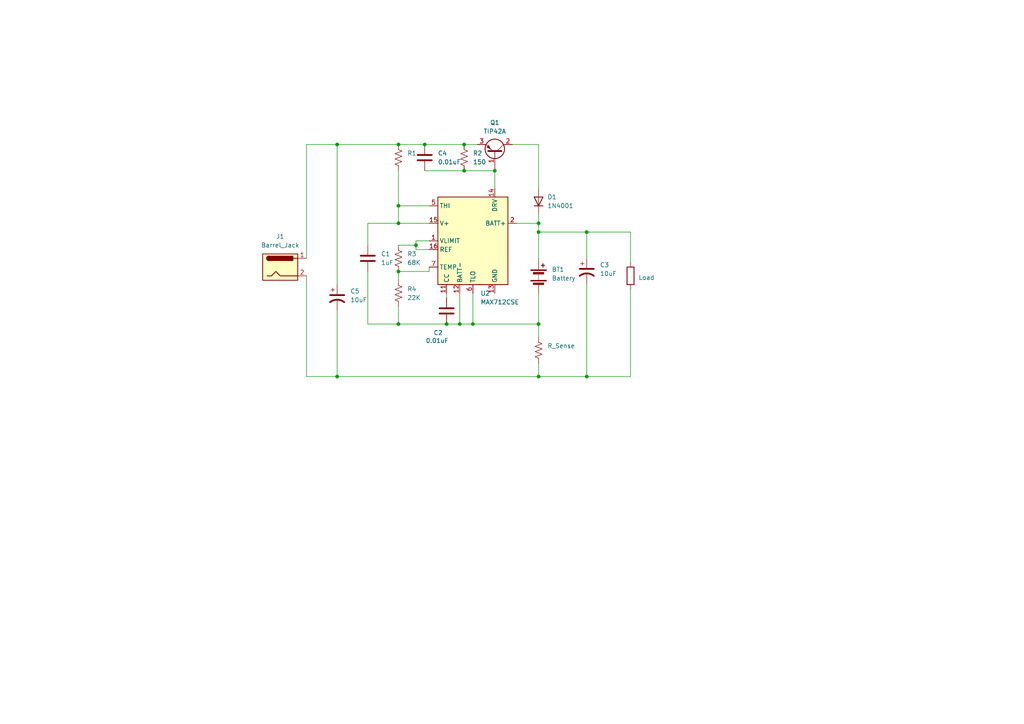
<source format=kicad_sch>
(kicad_sch (version 20231120) (generator "eeschema") (generator_version "8.0")
  (paper "A4")
  (lib_symbols
    (symbol "Connector:Barrel_Jack" (pin_names (offset 1.016))
      (property "Reference" "J" (at 0 5.334 0))
      (property "Value" "Barrel_Jack" (at 0 -5.08 0))
      (symbol "Barrel_Jack_0_1"
        (rectangle (start -5.08 3.81) (end 5.08 -3.81) (stroke (width 0.254)) (fill (type background)))
        (arc (start -3.302 3.175) (mid -3.9343 2.54) (end -3.302 1.905) (stroke (width 0.254)))
        (arc (start -3.302 3.175) (mid -3.9343 2.54) (end -3.302 1.905) (stroke (width 0.254)) (fill (type outline)))
        (polyline (pts (xy 5.08 2.54) (xy 3.81 2.54)) (stroke (width 0.254)))
        (polyline (pts (xy -3.81 -2.54) (xy -2.54 -2.54) (xy -1.27 -1.27) (xy 0 -2.54) (xy 2.54 -2.54) (xy 5.08 -2.54)) (stroke (width 0.254)))
        (rectangle (start 3.683 3.175) (end -3.302 1.905) (stroke (width 0.254)) (fill (type outline)))
      )
      (symbol "Barrel_Jack_1_1"
        (pin passive line (at 7.62 2.54 180) (length 2.54) (name "~") (number "1"))
        (pin passive line (at 7.62 -2.54 180) (length 2.54) (name "~") (number "2"))
      )
    )
    (symbol "Device:Battery" (pin_numbers hide) (pin_names (offset 0) hide)
      (property "Reference" "BT" (at 2.54 2.54 0))
      (property "Value" "Battery" (at 2.54 0 0))
      (symbol "Battery_0_1"
        (rectangle (start -2.286 -1.27) (end 2.286 -1.524) (fill (type outline)))
        (rectangle (start -2.286 1.778) (end 2.286 1.524) (fill (type outline)))
        (rectangle (start -1.524 -2.032) (end 1.524 -2.54) (fill (type outline)))
        (rectangle (start -1.524 1.016) (end 1.524 0.508) (fill (type outline)))
        (polyline (pts (xy 0 -1.016) (xy 0 -0.762)))
        (polyline (pts (xy 0 -0.508) (xy 0 -0.254)))
        (polyline (pts (xy 0 0) (xy 0 0.254)))
        (polyline (pts (xy 0 1.778) (xy 0 2.54)))
        (polyline (pts (xy 0.762 3.048) (xy 1.778 3.048)) (stroke (width 0.254)))
        (polyline (pts (xy 1.27 3.556) (xy 1.27 2.54)) (stroke (width 0.254)))
      )
      (symbol "Battery_1_1"
        (pin passive line (at 0 5.08 270) (length 2.54) (name "+") (number "1"))
        (pin passive line (at 0 -5.08 90) (length 2.54) (name "-") (number "2"))
      )
    )
    (symbol "Device:C" (pin_numbers hide) (pin_names (offset 0.254))
      (property "Reference" "C" (at 0.635 2.54 0))
      (property "Value" "C" (at 0.635 -2.54 0))
      (symbol "C_0_1"
        (polyline (pts (xy -2.032 -0.762) (xy 2.032 -0.762)) (stroke (width 0.508)))
        (polyline (pts (xy -2.032 0.762) (xy 2.032 0.762)) (stroke (width 0.508)))
      )
      (symbol "C_1_1"
        (pin passive line (at 0 3.81 270) (length 2.794) (name "~") (number "1"))
        (pin passive line (at 0 -3.81 90) (length 2.794) (name "~") (number "2"))
      )
    )
    (symbol "Device:C_Polarized_US" (pin_numbers hide) (pin_names (offset 0.254) hide)
      (property "Reference" "C" (at 0.635 2.54 0))
      (property "Value" "C_Polarized_US" (at 0.635 -2.54 0))
      (symbol "C_Polarized_US_0_1"
        (polyline (pts (xy -2.032 0.762) (xy 2.032 0.762)) (stroke (width 0.508)))
        (polyline (pts (xy -1.778 2.286) (xy -0.762 2.286)))
        (polyline (pts (xy -1.27 1.778) (xy -1.27 2.794)))
        (arc (start 2.032 -1.27) (mid 0 -0.5572) (end -2.032 -1.27) (stroke (width 0.508)))
      )
      (symbol "C_Polarized_US_1_1"
        (pin passive line (at 0 3.81 270) (length 2.794) (name "~") (number "1"))
        (pin passive line (at 0 -3.81 90) (length 3.302) (name "~") (number "2"))
      )
    )
    (symbol "Device:R" (pin_numbers hide) (pin_names (offset 0))
      (property "Reference" "R" (at 2.032 0 90))
      (property "Value" "R" (at 0 0 90))
      (symbol "R_0_1"
        (rectangle (start -1.016 -2.54) (end 1.016 2.54) (stroke (width 0.254)))
      )
      (symbol "R_1_1"
        (pin passive line (at 0 3.81 270) (length 1.27) (name "~") (number "1"))
        (pin passive line (at 0 -3.81 90) (length 1.27) (name "~") (number "2"))
      )
    )
    (symbol "Device:R_US" (pin_numbers hide) (pin_names (offset 0))
      (property "Reference" "R" (at 2.54 0 90))
      (property "Value" "R_US" (at -2.54 0 90))
      (symbol "R_US_0_1"
        (polyline (pts (xy 0 -2.286) (xy 0 -2.54)))
        (polyline (pts (xy 0 2.286) (xy 0 2.54)))
        (polyline (pts (xy 0 -0.762) (xy 1.016 -1.143) (xy 0 -1.524) (xy -1.016 -1.905) (xy 0 -2.286)))
        (polyline (pts (xy 0 0.762) (xy 1.016 0.381) (xy 0 0) (xy -1.016 -0.381) (xy 0 -0.762)))
        (polyline (pts (xy 0 2.286) (xy 1.016 1.905) (xy 0 1.524) (xy -1.016 1.143) (xy 0 0.762)))
      )
      (symbol "R_US_1_1"
        (pin passive line (at 0 3.81 270) (length 1.27) (name "~") (number "1"))
        (pin passive line (at 0 -3.81 90) (length 1.27) (name "~") (number "2"))
      )
    )
    (symbol "Diode:1N4001" (pin_numbers hide) (pin_names hide)
      (property "Reference" "D" (at 0 2.54 0))
      (property "Value" "1N4001" (at 0 -2.54 0))
      (symbol "1N4001_0_1"
        (polyline (pts (xy -1.27 1.27) (xy -1.27 -1.27)) (stroke (width 0.254)))
        (polyline (pts (xy 1.27 0) (xy -1.27 0)))
        (polyline (pts (xy 1.27 1.27) (xy 1.27 -1.27) (xy -1.27 0) (xy 1.27 1.27)) (stroke (width 0.254)))
      )
      (symbol "1N4001_1_1"
        (pin passive line (at -3.81 0 0) (length 2.54) (name "K") (number "1"))
        (pin passive line (at 3.81 0 180) (length 2.54) (name "A") (number "2"))
      )
    )
    (symbol "MAX712CSE_1"
      (property "Reference" "U2" (at 2.1941 -15.24 0))
      (property "Value" "MAX712CSE" (at 2.1941 -17.78 0))
      (symbol "MAX712CSE_1_0_1"
        (rectangle (start -10.16 12.7) (end 10.16 -12.7) (stroke (width 0.254)) (fill (type background)))
      )
      (symbol "MAX712CSE_1_1_1"
        (pin input line (at -12.7 0 0) (length 2.54) (name "VLIMIT") (number "1"))
        (pin input line (at -20.32 15.24 0) (length 2.54) hide (name "PGM3") (number "10"))
        (pin input line (at -7.62 -15.24 90) (length 2.54) (name "CC") (number "11"))
        (pin input line (at -3.81 -15.24 90) (length 2.54) (name "BATT-") (number "12"))
        (pin power_in line (at 6.35 -15.24 90) (length 2.54) (name "GND") (number "13"))
        (pin output line (at 6.35 15.24 270) (length 2.54) (name "DRV") (number "14"))
        (pin power_in line (at -12.7 5.08 0) (length 2.54) (name "V+") (number "15"))
        (pin power_in line (at -12.7 -2.54 0) (length 2.54) (name "REF") (number "16"))
        (pin power_out line (at 12.7 5.08 180) (length 2.54) (name "BATT+") (number "2"))
        (pin power_out line (at -20.32 22.86 0) (length 2.54) hide (name "PGM0") (number "3"))
        (pin power_out line (at -20.32 20.32 0) (length 2.54) hide (name "PGM1") (number "4"))
        (pin input line (at -12.7 10.16 0) (length 2.54) (name "THI") (number "5"))
        (pin input line (at 0 -15.24 90) (length 2.54) (name "TLO") (number "6"))
        (pin input line (at -12.7 -7.62 0) (length 2.54) (name "TEMP") (number "7"))
        (pin open_collector line (at -41.91 22.86 180) (length 2.54) hide (name "~{FASTCHG}") (number "8"))
        (pin input line (at -20.32 17.78 0) (length 2.54) hide (name "PGM2") (number "9"))
      )
    )
    (symbol "Transistor_BJT:TIP42A" (pin_names (offset 0) hide)
      (property "Reference" "Q" (at 6.35 1.905 0))
      (property "Value" "TIP42A" (at 6.35 0 0))
      (symbol "TIP42A_0_1"
        (polyline (pts (xy 0.635 0.635) (xy 2.54 2.54)))
        (polyline (pts (xy 0.635 -0.635) (xy 2.54 -2.54) (xy 2.54 -2.54)))
        (polyline (pts (xy 0.635 1.905) (xy 0.635 -1.905) (xy 0.635 -1.905)) (stroke (width 0.508)))
        (polyline (pts (xy 2.286 -1.778) (xy 1.778 -2.286) (xy 1.27 -1.27) (xy 2.286 -1.778) (xy 2.286 -1.778)) (fill (type outline)))
        (circle (center 1.27 0) (radius 2.8194) (stroke (width 0.254)))
      )
      (symbol "TIP42A_1_1"
        (pin input line (at -5.08 0 0) (length 5.715) (name "B") (number "1"))
        (pin passive line (at 2.54 5.08 270) (length 2.54) (name "C") (number "2"))
        (pin passive line (at 2.54 -5.08 90) (length 2.54) (name "E") (number "3"))
      )
    )
  )
  (junction (at 129.54 93.98))
  (junction (at 170.18 67.31))
  (junction (at 143.51 49.53))
  (junction (at 115.57 64.77))
  (junction (at 123.19 41.91))
  (junction (at 156.21 109.22))
  (junction (at 97.79 41.91))
  (junction (at 115.57 93.98))
  (junction (at 133.35 93.98))
  (junction (at 134.62 49.53))
  (junction (at 156.21 93.98))
  (junction (at 170.18 109.22))
  (junction (at 97.79 109.22))
  (junction (at 115.57 78.74))
  (junction (at 156.21 64.77))
  (junction (at 115.57 41.91))
  (junction (at 115.57 59.69))
  (junction (at 156.21 67.31))
  (junction (at 120.65 71.12))
  (junction (at 134.62 41.91))
  (junction (at 137.16 93.98))
  (wire (pts (xy 115.57 64.77) (xy 115.57 59.69)))
  (wire (pts (xy 106.68 78.74) (xy 106.68 93.98)))
  (wire (pts (xy 149.86 64.77) (xy 156.21 64.77)))
  (wire (pts (xy 115.57 93.98) (xy 129.54 93.98)))
  (wire (pts (xy 129.54 93.98) (xy 133.35 93.98)))
  (wire (pts (xy 97.79 41.91) (xy 97.79 82.55)))
  (wire (pts (xy 133.35 93.98) (xy 137.16 93.98)))
  (wire (pts (xy 156.21 64.77) (xy 156.21 67.31)))
  (wire (pts (xy 134.62 49.53) (xy 143.51 49.53)))
  (wire (pts (xy 182.88 67.31) (xy 170.18 67.31)))
  (wire (pts (xy 170.18 67.31) (xy 156.21 67.31)))
  (wire (pts (xy 156.21 85.09) (xy 156.21 93.98)))
  (wire (pts (xy 123.19 49.53) (xy 134.62 49.53)))
  (wire (pts (xy 156.21 67.31) (xy 156.21 74.93)))
  (wire (pts (xy 182.88 76.2) (xy 182.88 67.31)))
  (wire (pts (xy 115.57 71.12) (xy 120.65 71.12)))
  (wire (pts (xy 88.9 109.22) (xy 97.79 109.22)))
  (wire (pts (xy 88.9 74.93) (xy 88.9 41.91)))
  (wire (pts (xy 120.65 72.39) (xy 124.46 72.39)))
  (wire (pts (xy 156.21 54.61) (xy 156.21 41.91)))
  (wire (pts (xy 170.18 82.55) (xy 170.18 109.22)))
  (wire (pts (xy 182.88 83.82) (xy 182.88 109.22)))
  (wire (pts (xy 120.65 71.12) (xy 120.65 72.39)))
  (wire (pts (xy 170.18 74.93) (xy 170.18 67.31)))
  (wire (pts (xy 115.57 59.69) (xy 124.46 59.69)))
  (wire (pts (xy 106.68 71.12) (xy 106.68 64.77)))
  (wire (pts (xy 115.57 88.9) (xy 115.57 93.98)))
  (wire (pts (xy 133.35 85.09) (xy 133.35 93.98)))
  (wire (pts (xy 156.21 93.98) (xy 156.21 97.79)))
  (wire (pts (xy 106.68 64.77) (xy 115.57 64.77)))
  (wire (pts (xy 115.57 49.53) (xy 115.57 59.69)))
  (wire (pts (xy 156.21 64.77) (xy 156.21 62.23)))
  (wire (pts (xy 137.16 93.98) (xy 156.21 93.98)))
  (wire (pts (xy 124.46 64.77) (xy 115.57 64.77)))
  (wire (pts (xy 156.21 41.91) (xy 148.59 41.91)))
  (wire (pts (xy 156.21 109.22) (xy 170.18 109.22)))
  (wire (pts (xy 123.19 41.91) (xy 134.62 41.91)))
  (wire (pts (xy 88.9 80.01) (xy 88.9 109.22)))
  (wire (pts (xy 124.46 69.85) (xy 120.65 69.85)))
  (wire (pts (xy 97.79 90.17) (xy 97.79 109.22)))
  (wire (pts (xy 115.57 78.74) (xy 124.46 78.74)))
  (wire (pts (xy 156.21 105.41) (xy 156.21 109.22)))
  (wire (pts (xy 97.79 109.22) (xy 156.21 109.22)))
  (wire (pts (xy 115.57 78.74) (xy 115.57 81.28)))
  (wire (pts (xy 88.9 41.91) (xy 97.79 41.91)))
  (wire (pts (xy 97.79 41.91) (xy 115.57 41.91)))
  (wire (pts (xy 106.68 93.98) (xy 115.57 93.98)))
  (wire (pts (xy 115.57 41.91) (xy 123.19 41.91)))
  (wire (pts (xy 137.16 85.09) (xy 137.16 93.98)))
  (wire (pts (xy 124.46 78.74) (xy 124.46 77.47)))
  (wire (pts (xy 134.62 41.91) (xy 138.43 41.91)))
  (wire (pts (xy 120.65 69.85) (xy 120.65 71.12)))
  (wire (pts (xy 143.51 49.53) (xy 143.51 54.61)))
  (wire (pts (xy 170.18 109.22) (xy 182.88 109.22)))
  (wire (pts (xy 129.54 85.09) (xy 129.54 86.36)))
  (symbol (lib_id "Device:C") (at 106.68 74.93 0) (unit 1)
    (property "Reference" "C1" (at 110.49 73.6599 0) (effects (justify left)))
    (property "Value" "1uF" (at 110.49 76.1999 0) (effects (justify left)))
    (property "Description" "Unpolarized capacitor" (effects (hide yes)))
  )
  (symbol (lib_id "Device:C_Polarized_US") (at 170.18 78.74 0) (unit 1)
    (property "Reference" "C3" (at 173.99 76.8349 0) (effects (justify left)))
    (property "Value" "10uF" (at 173.99 79.3749 0) (effects (justify left)))
    (property "Description" "Polarized capacitor, US symbol" (effects (hide yes)))
  )
  (symbol (lib_id "Device:R_US") (at 115.57 45.72 0) (unit 1)
    (property "Reference" "R1" (at 118.11 44.4499 0) (effects (justify left)))
    (property "Value" "R_US" (effects (hide yes)))
    (property "Description" "Resistor, US symbol" (effects (hide yes)))
  )
  (symbol (lib_id "Device:R_US") (at 115.57 74.93 0) (unit 1)
    (property "Reference" "R3" (at 118.11 73.6599 0) (effects (justify left)))
    (property "Value" "68K" (at 118.11 76.1999 0) (effects (justify left)))
    (property "Description" "Resistor, US symbol" (effects (hide yes)))
  )
  (symbol (lib_id "Device:C") (at 129.54 90.17 0) (unit 1)
    (property "Reference" "C2" (at 125.73 96.52 0) (effects (justify left)))
    (property "Value" "0.01uF" (at 123.444 98.806 0) (effects (justify left)))
    (property "Description" "Unpolarized capacitor" (effects (hide yes)))
  )
  (symbol (lib_id "Diode:1N4001") (at 156.21 58.42 90) (unit 1)
    (property "Reference" "D1" (at 158.75 57.1499 90) (effects (justify right)))
    (property "Value" "1N4001" (at 158.75 59.6899 90) (effects (justify right)))
    (property "Footprint" "Diode_THT:D_DO-41_SOD81_P10.16mm_Horizontal" (effects (hide yes)))
    (property "Datasheet" "http://www.vishay.com/docs/88503/1n4001.pdf" (effects (hide yes)))
    (property "Description" "50V 1A General Purpose Rectifier Diode, DO-41" (effects (hide yes)))
    (property "Sim.Device" "D" (effects (hide yes)))
    (property "Sim.Pins" "1=K 2=A" (effects (hide yes)))
  )
  (symbol (lib_id "Device:R_US") (at 134.62 45.72 0) (unit 1)
    (property "Reference" "R2" (at 137.16 44.4499 0) (effects (justify left)))
    (property "Value" "150" (at 137.16 46.9899 0) (effects (justify left)))
    (property "Description" "Resistor, US symbol" (effects (hide yes)))
  )
  (symbol (lib_id "Device:R_US") (at 156.21 101.6 0) (unit 1)
    (property "Reference" "R_Sense" (at 158.75 100.3299 0) (effects (justify left)))
    (property "Value" "R_US" (effects (hide yes)))
    (property "Description" "Resistor, US symbol" (effects (hide yes)))
  )
  (symbol (lib_id "Device:R_US") (at 115.57 85.09 0) (unit 1)
    (property "Reference" "R4" (at 118.11 83.8199 0) (effects (justify left)))
    (property "Value" "22K" (at 118.11 86.3599 0) (effects (justify left)))
    (property "Description" "Resistor, US symbol" (effects (hide yes)))
  )
  (symbol (lib_id "Device:C") (at 123.19 45.72 0) (unit 1)
    (property "Reference" "C4" (at 127 44.4499 0) (effects (justify left)))
    (property "Value" "0.01uF" (at 127 46.9899 0) (effects (justify left)))
    (property "Description" "Unpolarized capacitor" (effects (hide yes)))
  )
  (symbol (lib_name "MAX712CSE_1") (lib_id "Battery_Management:MAX712CSE") (at 137.16 69.85 0) (unit 1)
    (property "Reference" "U2" (at 139.3541 85.09 0) (effects (justify left)))
    (property "Value" "MAX712CSE" (at 139.3541 87.63 0) (effects (justify left)))
    (property "Footprint" "Package_SO:SOIC-16_3.9x9.9mm_P1.27mm" (effects (hide yes)))
    (property "Datasheet" "https://datasheets.maximintegrated.com/en/ds/MAX712-MAX713.pdf" (effects (hide yes)))
    (property "Description" "Fast-charge Nickel Metal Hydride (NiMH) from a DC source, 0 to +70 Degree Celsius, SOIC-16" (effects (hide yes)))
  )
  (symbol (lib_id "Device:Battery") (at 156.21 80.01 0) (unit 1)
    (property "Reference" "BT1" (at 160.02 78.1684 0) (effects (justify left)))
    (property "Value" "Battery" (at 160.02 80.7084 0) (effects (justify left)))
    (property "Description" "Multiple-cell battery" (effects (hide yes)))
  )
  (symbol (lib_id "Device:R") (at 182.88 80.01 0) (unit 1)
    (property "Reference" "R5" (effects (hide yes)))
    (property "Value" "Load" (at 185.166 80.518 0) (effects (justify left)))
    (property "Description" "Resistor" (effects (hide yes)))
  )
  (symbol (lib_id "Transistor_BJT:TIP42A") (at 143.51 44.45 270) (mirror x) (unit 1)
    (property "Reference" "Q1" (at 143.51 35.56 90))
    (property "Value" "TIP42A" (at 143.51 38.1 90))
    (property "Footprint" "Package_TO_SOT_THT:TO-220-3_Vertical" (effects (hide yes)))
    (property "Datasheet" "https://www.centralsemi.com/get_document.php?cmp=1&mergetype=pd&mergepath=pd&pdf_id=TIP42.PDF" (effects (hide yes)))
    (property "Description" "-6A Ic, -60V Vce, Power PNP Transistor, TO-220" (effects (hide yes)))
  )
  (symbol (lib_id "Connector:Barrel_Jack") (at 81.28 77.47 0) (unit 1)
    (property "Reference" "J1" (at 81.28 68.58 0))
    (property "Value" "Barrel_Jack" (at 81.28 71.12 0))
    (property "Description" "DC Barrel Jack" (effects (hide yes)))
  )
  (symbol (lib_id "Device:C_Polarized_US") (at 97.79 86.36 0) (unit 1)
    (property "Reference" "C5" (at 101.6 84.4549 0) (effects (justify left)))
    (property "Value" "10uF" (at 101.6 86.9949 0) (effects (justify left)))
    (property "Description" "Polarized capacitor, US symbol" (effects (hide yes)))
  )
)
</source>
